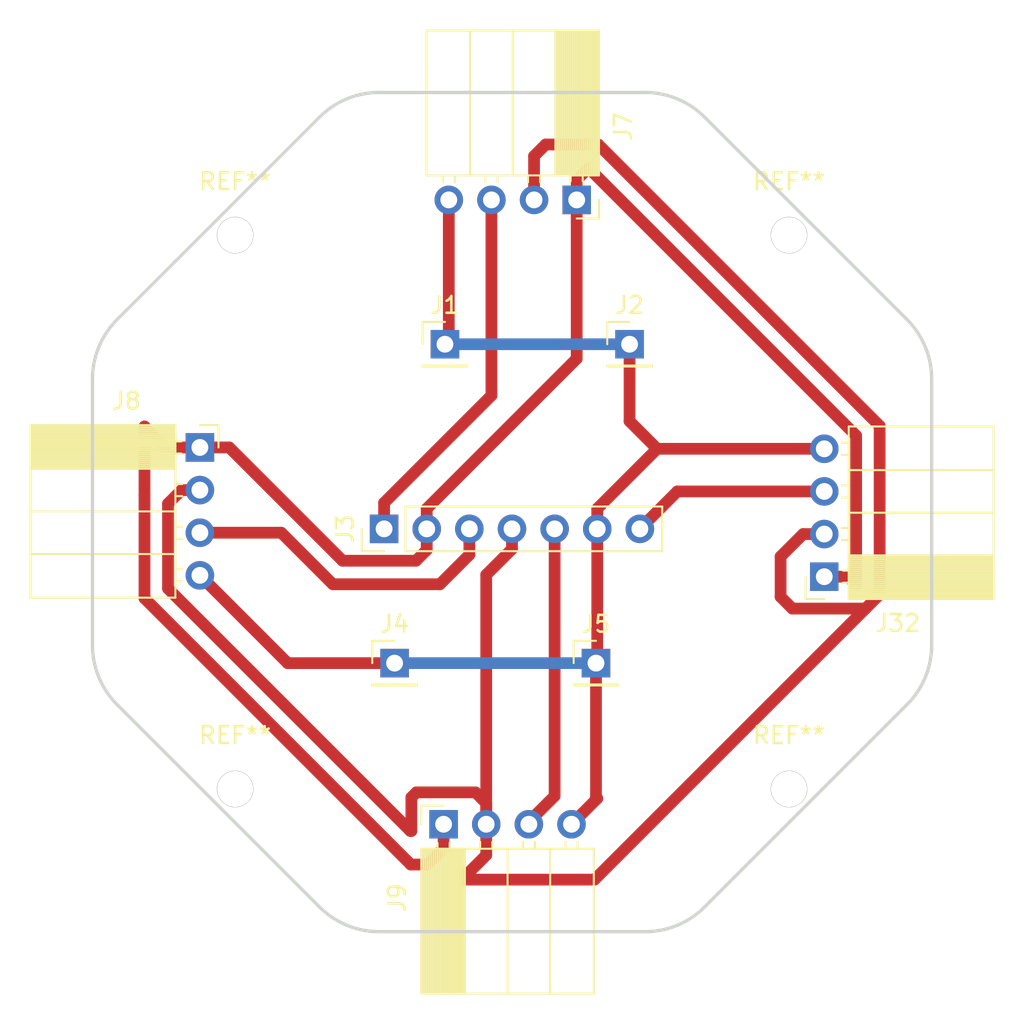
<source format=kicad_pcb>
(kicad_pcb (version 20221018) (generator pcbnew)
  (layers (0 "F.Cu" signal) (31 "B.Cu" signal) (34 "B.Paste" user) (35 "F.Paste" user) (36 "B.SilkS" user "B.Silkscreen") (37 "F.SilkS" user "F.Silkscreen") (38 "B.Mask" user) (39 "F.Mask" user) (44 "Edge.Cuts" user))
  (net 0 "")
  (net 1 "D5")
  (net 2 "+5V")
  (net 3 "D6")
  (net 4 "GND")
  (net 5 "D7")
  (net 6 "LED2")
  (net 7 "D8")
  (footprint "Connector_PinSocket_2.54mm:PinSocket_1x04_P2.54mm_Horizontal" (layer "F.Cu") (at 158.6 103.85 180)
    (fp_text reference "J32" (at -4.38 -2.77) (layer "F.SilkS"))
    (fp_text value "Conn_01x04_Socket")
    (fp_line (start -10.09 -1.33) (end -10.09 8.95) (stroke (width 0.12)) (layer "F.SilkS"))
    (fp_line (start -10.09 -1.33) (end -1.46 -1.33) (stroke (width 0.12)) (layer "F.SilkS"))
    (fp_line (start -10.09 -1.21) (end -1.46 -1.21) (stroke (width 0.12)) (layer "F.SilkS"))
    (fp_line (start -10.09 -1.091905) (end -1.46 -1.091905) (stroke (width 0.12)) (layer "F.SilkS"))
    (fp_line (start -10.09 -0.97381) (end -1.46 -0.97381) (stroke (width 0.12)) (layer "F.SilkS"))
    (fp_line (start -10.09 -0.855715) (end -1.46 -0.855715) (stroke (width 0.12)) (layer "F.SilkS"))
    (fp_line (start -10.09 -0.73762) (end -1.46 -0.73762) (stroke (width 0.12)) (layer "F.SilkS"))
    (fp_line (start -10.09 -0.619525) (end -1.46 -0.619525) (stroke (width 0.12)) (layer "F.SilkS"))
    (fp_line (start -10.09 -0.50143) (end -1.46 -0.50143) (stroke (width 0.12)) (layer "F.SilkS"))
    (fp_line (start -10.09 -0.383335) (end -1.46 -0.383335) (stroke (width 0.12)) (layer "F.SilkS"))
    (fp_line (start -10.09 -0.26524) (end -1.46 -0.26524) (stroke (width 0.12)) (layer "F.SilkS"))
    (fp_line (start -10.09 -0.147145) (end -1.46 -0.147145) (stroke (width 0.12)) (layer "F.SilkS"))
    (fp_line (start -10.09 -0.02905) (end -1.46 -0.02905) (stroke (width 0.12)) (layer "F.SilkS"))
    (fp_line (start -10.09 0.089045) (end -1.46 0.089045) (stroke (width 0.12)) (layer "F.SilkS"))
    (fp_line (start -10.09 0.20714) (end -1.46 0.20714) (stroke (width 0.12)) (layer "F.SilkS"))
    (fp_line (start -10.09 0.325235) (end -1.46 0.325235) (stroke (width 0.12)) (layer "F.SilkS"))
    (fp_line (start -10.09 0.44333) (end -1.46 0.44333) (stroke (width 0.12)) (layer "F.SilkS"))
    (fp_line (start -10.09 0.561425) (end -1.46 0.561425) (stroke (width 0.12)) (layer "F.SilkS"))
    (fp_line (start -10.09 0.67952) (end -1.46 0.67952) (stroke (width 0.12)) (layer "F.SilkS"))
    (fp_line (start -10.09 0.797615) (end -1.46 0.797615) (stroke (width 0.12)) (layer "F.SilkS"))
    (fp_line (start -10.09 0.91571) (end -1.46 0.91571) (stroke (width 0.12)) (layer "F.SilkS"))
    (fp_line (start -10.09 1.033805) (end -1.46 1.033805) (stroke (width 0.12)) (layer "F.SilkS"))
    (fp_line (start -10.09 1.1519) (end -1.46 1.1519) (stroke (width 0.12)) (layer "F.SilkS"))
    (fp_line (start -10.09 1.27) (end -1.46 1.27) (stroke (width 0.12)) (layer "F.SilkS"))
    (fp_line (start -10.09 3.81) (end -1.46 3.81) (stroke (width 0.12)) (layer "F.SilkS"))
    (fp_line (start -10.09 6.35) (end -1.46 6.35) (stroke (width 0.12)) (layer "F.SilkS"))
    (fp_line (start -10.09 8.95) (end -1.46 8.95) (stroke (width 0.12)) (layer "F.SilkS"))
    (fp_line (start -1.46 -1.33) (end -1.46 8.95) (stroke (width 0.12)) (layer "F.SilkS"))
    (fp_line (start -1.46 -0.36) (end -1.11 -0.36) (stroke (width 0.12)) (layer "F.SilkS"))
    (fp_line (start -1.46 0.36) (end -1.11 0.36) (stroke (width 0.12)) (layer "F.SilkS"))
    (fp_line (start -1.46 2.18) (end -1.05 2.18) (stroke (width 0.12)) (layer "F.SilkS"))
    (fp_line (start -1.46 2.9) (end -1.05 2.9) (stroke (width 0.12)) (layer "F.SilkS"))
    (fp_line (start -1.46 4.72) (end -1.05 4.72) (stroke (width 0.12)) (layer "F.SilkS"))
    (fp_line (start -1.46 5.44) (end -1.05 5.44) (stroke (width 0.12)) (layer "F.SilkS"))
    (fp_line (start -1.46 7.26) (end -1.05 7.26) (stroke (width 0.12)) (layer "F.SilkS"))
    (fp_line (start -1.46 7.98) (end -1.05 7.98) (stroke (width 0.12)) (layer "F.SilkS"))
    (fp_line (start 0 -1.33) (end 1.11 -1.33) (stroke (width 0.12)) (layer "F.SilkS"))
    (fp_line (start 1.11 -1.33) (end 1.11 0) (stroke (width 0.12)) (layer "F.SilkS"))
    (pad "1" thru_hole rect (at 0 0 180) (size 1.7 1.7) (drill 1) (layers "*.Cu" "*.Mask") (net 2 "+5V"))
    (pad "2" thru_hole oval (at 0 2.54 180) (size 1.7 1.7) (drill 1) (layers "*.Cu" "*.Mask") (net 4 "GND"))
    (pad "3" thru_hole oval (at 0 5.08 180) (size 1.7 1.7) (drill 1) (layers "*.Cu" "*.Mask") (net 7 "D8"))
    (pad "4" thru_hole oval (at 0 7.62 180) (size 1.7 1.7) (drill 1) (layers "*.Cu" "*.Mask") (net 6 "LED2"))
  )
  (footprint "Connector_PinSocket_2.54mm:PinSocket_1x04_P2.54mm_Horizontal" (layer "F.Cu") (at 121.4 96.15)
    (fp_text reference "J8" (at -4.38 -2.77) (layer "F.SilkS"))
    (fp_text value "Conn_01x04_Socket")
    (fp_line (start -10.09 -1.33) (end -10.09 8.95) (stroke (width 0.12)) (layer "F.SilkS"))
    (fp_line (start -10.09 -1.33) (end -1.46 -1.33) (stroke (width 0.12)) (layer "F.SilkS"))
    (fp_line (start -10.09 -1.21) (end -1.46 -1.21) (stroke (width 0.12)) (layer "F.SilkS"))
    (fp_line (start -10.09 -1.091905) (end -1.46 -1.091905) (stroke (width 0.12)) (layer "F.SilkS"))
    (fp_line (start -10.09 -0.97381) (end -1.46 -0.97381) (stroke (width 0.12)) (layer "F.SilkS"))
    (fp_line (start -10.09 -0.855715) (end -1.46 -0.855715) (stroke (width 0.12)) (layer "F.SilkS"))
    (fp_line (start -10.09 -0.73762) (end -1.46 -0.73762) (stroke (width 0.12)) (layer "F.SilkS"))
    (fp_line (start -10.09 -0.619525) (end -1.46 -0.619525) (stroke (width 0.12)) (layer "F.SilkS"))
    (fp_line (start -10.09 -0.50143) (end -1.46 -0.50143) (stroke (width 0.12)) (layer "F.SilkS"))
    (fp_line (start -10.09 -0.383335) (end -1.46 -0.383335) (stroke (width 0.12)) (layer "F.SilkS"))
    (fp_line (start -10.09 -0.26524) (end -1.46 -0.26524) (stroke (width 0.12)) (layer "F.SilkS"))
    (fp_line (start -10.09 -0.147145) (end -1.46 -0.147145) (stroke (width 0.12)) (layer "F.SilkS"))
    (fp_line (start -10.09 -0.02905) (end -1.46 -0.02905) (stroke (width 0.12)) (layer "F.SilkS"))
    (fp_line (start -10.09 0.089045) (end -1.46 0.089045) (stroke (width 0.12)) (layer "F.SilkS"))
    (fp_line (start -10.09 0.20714) (end -1.46 0.20714) (stroke (width 0.12)) (layer "F.SilkS"))
    (fp_line (start -10.09 0.325235) (end -1.46 0.325235) (stroke (width 0.12)) (layer "F.SilkS"))
    (fp_line (start -10.09 0.44333) (end -1.46 0.44333) (stroke (width 0.12)) (layer "F.SilkS"))
    (fp_line (start -10.09 0.561425) (end -1.46 0.561425) (stroke (width 0.12)) (layer "F.SilkS"))
    (fp_line (start -10.09 0.67952) (end -1.46 0.67952) (stroke (width 0.12)) (layer "F.SilkS"))
    (fp_line (start -10.09 0.797615) (end -1.46 0.797615) (stroke (width 0.12)) (layer "F.SilkS"))
    (fp_line (start -10.09 0.91571) (end -1.46 0.91571) (stroke (width 0.12)) (layer "F.SilkS"))
    (fp_line (start -10.09 1.033805) (end -1.46 1.033805) (stroke (width 0.12)) (layer "F.SilkS"))
    (fp_line (start -10.09 1.1519) (end -1.46 1.1519) (stroke (width 0.12)) (layer "F.SilkS"))
    (fp_line (start -10.09 1.27) (end -1.46 1.27) (stroke (width 0.12)) (layer "F.SilkS"))
    (fp_line (start -10.09 3.81) (end -1.46 3.81) (stroke (width 0.12)) (layer "F.SilkS"))
    (fp_line (start -10.09 6.35) (end -1.46 6.35) (stroke (width 0.12)) (layer "F.SilkS"))
    (fp_line (start -10.09 8.95) (end -1.46 8.95) (stroke (width 0.12)) (layer "F.SilkS"))
    (fp_line (start -1.46 -1.33) (end -1.46 8.95) (stroke (width 0.12)) (layer "F.SilkS"))
    (fp_line (start -1.46 -0.36) (end -1.11 -0.36) (stroke (width 0.12)) (layer "F.SilkS"))
    (fp_line (start -1.46 0.36) (end -1.11 0.36) (stroke (width 0.12)) (layer "F.SilkS"))
    (fp_line (start -1.46 2.18) (end -1.05 2.18) (stroke (width 0.12)) (layer "F.SilkS"))
    (fp_line (start -1.46 2.9) (end -1.05 2.9) (stroke (width 0.12)) (layer "F.SilkS"))
    (fp_line (start -1.46 4.72) (end -1.05 4.72) (stroke (width 0.12)) (layer "F.SilkS"))
    (fp_line (start -1.46 5.44) (end -1.05 5.44) (stroke (width 0.12)) (layer "F.SilkS"))
    (fp_line (start -1.46 7.26) (end -1.05 7.26) (stroke (width 0.12)) (layer "F.SilkS"))
    (fp_line (start -1.46 7.98) (end -1.05 7.98) (stroke (width 0.12)) (layer "F.SilkS"))
    (fp_line (start 0 -1.33) (end 1.11 -1.33) (stroke (width 0.12)) (layer "F.SilkS"))
    (fp_line (start 1.11 -1.33) (end 1.11 0) (stroke (width 0.12)) (layer "F.SilkS"))
    (pad "1" thru_hole rect (at 0 0) (size 1.7 1.7) (drill 1) (layers "*.Cu" "*.Mask") (net 2 "+5V"))
    (pad "2" thru_hole oval (at 0 2.54) (size 1.7 1.7) (drill 1) (layers "*.Cu" "*.Mask") (net 4 "GND"))
    (pad "3" thru_hole oval (at 0 5.08) (size 1.7 1.7) (drill 1) (layers "*.Cu" "*.Mask") (net 3 "D6"))
    (pad "4" thru_hole oval (at 0 7.62) (size 1.7 1.7) (drill 1) (layers "*.Cu" "*.Mask") (net 6 "LED2"))
  )
  (footprint "Connector_PinSocket_2.54mm:PinSocket_1x04_P2.54mm_Horizontal" (layer "F.Cu") (at 135.92 118.6 90)
    (fp_text reference "J9" (at -4.38 -2.77 90) (layer "F.SilkS"))
    (fp_text value "Conn_01x04_Socket")
    (fp_line (start -10.09 -1.33) (end -10.09 8.95) (stroke (width 0.12)) (layer "F.SilkS"))
    (fp_line (start -10.09 -1.33) (end -1.46 -1.33) (stroke (width 0.12)) (layer "F.SilkS"))
    (fp_line (start -10.09 -1.21) (end -1.46 -1.21) (stroke (width 0.12)) (layer "F.SilkS"))
    (fp_line (start -10.09 -1.091905) (end -1.46 -1.091905) (stroke (width 0.12)) (layer "F.SilkS"))
    (fp_line (start -10.09 -0.97381) (end -1.46 -0.97381) (stroke (width 0.12)) (layer "F.SilkS"))
    (fp_line (start -10.09 -0.855715) (end -1.46 -0.855715) (stroke (width 0.12)) (layer "F.SilkS"))
    (fp_line (start -10.09 -0.73762) (end -1.46 -0.73762) (stroke (width 0.12)) (layer "F.SilkS"))
    (fp_line (start -10.09 -0.619525) (end -1.46 -0.619525) (stroke (width 0.12)) (layer "F.SilkS"))
    (fp_line (start -10.09 -0.50143) (end -1.46 -0.50143) (stroke (width 0.12)) (layer "F.SilkS"))
    (fp_line (start -10.09 -0.383335) (end -1.46 -0.383335) (stroke (width 0.12)) (layer "F.SilkS"))
    (fp_line (start -10.09 -0.26524) (end -1.46 -0.26524) (stroke (width 0.12)) (layer "F.SilkS"))
    (fp_line (start -10.09 -0.147145) (end -1.46 -0.147145) (stroke (width 0.12)) (layer "F.SilkS"))
    (fp_line (start -10.09 -0.02905) (end -1.46 -0.02905) (stroke (width 0.12)) (layer "F.SilkS"))
    (fp_line (start -10.09 0.089045) (end -1.46 0.089045) (stroke (width 0.12)) (layer "F.SilkS"))
    (fp_line (start -10.09 0.20714) (end -1.46 0.20714) (stroke (width 0.12)) (layer "F.SilkS"))
    (fp_line (start -10.09 0.325235) (end -1.46 0.325235) (stroke (width 0.12)) (layer "F.SilkS"))
    (fp_line (start -10.09 0.44333) (end -1.46 0.44333) (stroke (width 0.12)) (layer "F.SilkS"))
    (fp_line (start -10.09 0.561425) (end -1.46 0.561425) (stroke (width 0.12)) (layer "F.SilkS"))
    (fp_line (start -10.09 0.67952) (end -1.46 0.67952) (stroke (width 0.12)) (layer "F.SilkS"))
    (fp_line (start -10.09 0.797615) (end -1.46 0.797615) (stroke (width 0.12)) (layer "F.SilkS"))
    (fp_line (start -10.09 0.91571) (end -1.46 0.91571) (stroke (width 0.12)) (layer "F.SilkS"))
    (fp_line (start -10.09 1.033805) (end -1.46 1.033805) (stroke (width 0.12)) (layer "F.SilkS"))
    (fp_line (start -10.09 1.1519) (end -1.46 1.1519) (stroke (width 0.12)) (layer "F.SilkS"))
    (fp_line (start -10.09 1.27) (end -1.46 1.27) (stroke (width 0.12)) (layer "F.SilkS"))
    (fp_line (start -10.09 3.81) (end -1.46 3.81) (stroke (width 0.12)) (layer "F.SilkS"))
    (fp_line (start -10.09 6.35) (end -1.46 6.35) (stroke (width 0.12)) (layer "F.SilkS"))
    (fp_line (start -10.09 8.95) (end -1.46 8.95) (stroke (width 0.12)) (layer "F.SilkS"))
    (fp_line (start -1.46 -1.33) (end -1.46 8.95) (stroke (width 0.12)) (layer "F.SilkS"))
    (fp_line (start -1.46 -0.36) (end -1.11 -0.36) (stroke (width 0.12)) (layer "F.SilkS"))
    (fp_line (start -1.46 0.36) (end -1.11 0.36) (stroke (width 0.12)) (layer "F.SilkS"))
    (fp_line (start -1.46 2.18) (end -1.05 2.18) (stroke (width 0.12)) (layer "F.SilkS"))
    (fp_line (start -1.46 2.9) (end -1.05 2.9) (stroke (width 0.12)) (layer "F.SilkS"))
    (fp_line (start -1.46 4.72) (end -1.05 4.72) (stroke (width 0.12)) (layer "F.SilkS"))
    (fp_line (start -1.46 5.44) (end -1.05 5.44) (stroke (width 0.12)) (layer "F.SilkS"))
    (fp_line (start -1.46 7.26) (end -1.05 7.26) (stroke (width 0.12)) (layer "F.SilkS"))
    (fp_line (start -1.46 7.98) (end -1.05 7.98) (stroke (width 0.12)) (layer "F.SilkS"))
    (fp_line (start 0 -1.33) (end 1.11 -1.33) (stroke (width 0.12)) (layer "F.SilkS"))
    (fp_line (start 1.11 -1.33) (end 1.11 0) (stroke (width 0.12)) (layer "F.SilkS"))
    (pad "1" thru_hole rect (at 0 0 90) (size 1.7 1.7) (drill 1) (layers "*.Cu" "*.Mask") (net 2 "+5V"))
    (pad "2" thru_hole oval (at 0 2.54 90) (size 1.7 1.7) (drill 1) (layers "*.Cu" "*.Mask") (net 4 "GND"))
    (pad "3" thru_hole oval (at 0 5.08 90) (size 1.7 1.7) (drill 1) (layers "*.Cu" "*.Mask") (net 5 "D7"))
    (pad "4" thru_hole oval (at 0 7.62 90) (size 1.7 1.7) (drill 1) (layers "*.Cu" "*.Mask") (net 6 "LED2"))
  )
  (footprint "MountingHole:MountingHole_2.1mm" (layer "F.Cu") (at 123.5 83.5)
    (fp_text reference "REF**" (at 0 -3.2) (layer "F.SilkS"))
    (fp_text value "MountingHole_2.1mm")
    (pad "" np_thru_hole circle (at 0 0) (size 2.1 2.1) (drill 2.1) (layers "*.Cu" "*.Mask"))
  )
  (footprint "Connector_PinHeader_2.54mm:PinHeader_1x01_P2.54mm_Vertical" (layer "F.Cu") (at 136 90)
    (fp_text reference "J1" (at 0 -2.33) (layer "F.SilkS"))
    (fp_text value "Conn_01x01_Socket")
    (fp_line (start -1.33 -1.33) (end 0 -1.33) (stroke (width 0.12)) (layer "F.SilkS"))
    (fp_line (start -1.33 0) (end -1.33 -1.33) (stroke (width 0.12)) (layer "F.SilkS"))
    (fp_line (start -1.33 1.27) (end -1.33 1.33) (stroke (width 0.12)) (layer "F.SilkS"))
    (fp_line (start -1.33 1.27) (end 1.33 1.27) (stroke (width 0.12)) (layer "F.SilkS"))
    (fp_line (start -1.33 1.33) (end 1.33 1.33) (stroke (width 0.12)) (layer "F.SilkS"))
    (fp_line (start 1.33 1.27) (end 1.33 1.33) (stroke (width 0.12)) (layer "F.SilkS"))
    (pad "1" thru_hole rect (at 0 0) (size 1.7 1.7) (drill 1) (layers "*.Cu" "*.Mask") (net 6 "LED2"))
  )
  (footprint "Connector_PinHeader_2.54mm:PinHeader_1x07_P2.54mm_Vertical" (layer "F.Cu") (at 132.375 101 90)
    (fp_text reference "J3" (at 0 -2.33 90) (layer "F.SilkS"))
    (fp_text value "Conn_01x07_Socket")
    (fp_line (start -1.33 -1.33) (end 0 -1.33) (stroke (width 0.12)) (layer "F.SilkS"))
    (fp_line (start -1.33 0) (end -1.33 -1.33) (stroke (width 0.12)) (layer "F.SilkS"))
    (fp_line (start -1.33 1.27) (end -1.33 16.57) (stroke (width 0.12)) (layer "F.SilkS"))
    (fp_line (start -1.33 1.27) (end 1.33 1.27) (stroke (width 0.12)) (layer "F.SilkS"))
    (fp_line (start -1.33 16.57) (end 1.33 16.57) (stroke (width 0.12)) (layer "F.SilkS"))
    (fp_line (start 1.33 1.27) (end 1.33 16.57) (stroke (width 0.12)) (layer "F.SilkS"))
    (pad "1" thru_hole rect (at 0 0 90) (size 1.7 1.7) (drill 1) (layers "*.Cu" "*.Mask") (net 1 "D5"))
    (pad "2" thru_hole oval (at 0 2.54 90) (size 1.7 1.7) (drill 1) (layers "*.Cu" "*.Mask") (net 2 "+5V"))
    (pad "3" thru_hole oval (at 0 5.08 90) (size 1.7 1.7) (drill 1) (layers "*.Cu" "*.Mask") (net 3 "D6"))
    (pad "4" thru_hole oval (at 0 7.62 90) (size 1.7 1.7) (drill 1) (layers "*.Cu" "*.Mask") (net 4 "GND"))
    (pad "5" thru_hole oval (at 0 10.16 90) (size 1.7 1.7) (drill 1) (layers "*.Cu" "*.Mask") (net 5 "D7"))
    (pad "6" thru_hole oval (at 0 12.7 90) (size 1.7 1.7) (drill 1) (layers "*.Cu" "*.Mask") (net 6 "LED2"))
    (pad "7" thru_hole oval (at 0 15.24 90) (size 1.7 1.7) (drill 1) (layers "*.Cu" "*.Mask") (net 7 "D8"))
  )
  (footprint "Connector_PinHeader_2.54mm:PinHeader_1x01_P2.54mm_Vertical" (layer "F.Cu") (at 147 90)
    (fp_text reference "J2" (at 0 -2.33) (layer "F.SilkS"))
    (fp_text value "Conn_01x01_Socket")
    (fp_line (start -1.33 -1.33) (end 0 -1.33) (stroke (width 0.12)) (layer "F.SilkS"))
    (fp_line (start -1.33 0) (end -1.33 -1.33) (stroke (width 0.12)) (layer "F.SilkS"))
    (fp_line (start -1.33 1.27) (end -1.33 1.33) (stroke (width 0.12)) (layer "F.SilkS"))
    (fp_line (start -1.33 1.27) (end 1.33 1.27) (stroke (width 0.12)) (layer "F.SilkS"))
    (fp_line (start -1.33 1.33) (end 1.33 1.33) (stroke (width 0.12)) (layer "F.SilkS"))
    (fp_line (start 1.33 1.27) (end 1.33 1.33) (stroke (width 0.12)) (layer "F.SilkS"))
    (pad "1" thru_hole rect (at 0 0) (size 1.7 1.7) (drill 1) (layers "*.Cu" "*.Mask") (net 6 "LED2"))
  )
  (footprint "MountingHole:MountingHole_2.1mm" (layer "F.Cu") (at 156.5 83.5)
    (fp_text reference "REF**" (at 0 -3.2) (layer "F.SilkS"))
    (fp_text value "MountingHole_2.1mm")
    (pad "" np_thru_hole circle (at 0 0) (size 2.1 2.1) (drill 2.1) (layers "F&B.Cu" "*.Mask"))
  )
  (footprint "MountingHole:MountingHole_2.1mm" (layer "F.Cu") (at 123.5 116.5)
    (fp_text reference "REF**" (at 0 -3.2) (layer "F.SilkS"))
    (fp_text value "MountingHole_2.1mm")
    (pad "" np_thru_hole circle (at 0 0) (size 2.1 2.1) (drill 2.1) (layers "F&B.Cu" "*.Mask"))
  )
  (footprint "Connector_PinHeader_2.54mm:PinHeader_1x01_P2.54mm_Vertical" (layer "F.Cu") (at 133 109)
    (fp_text reference "J4" (at 0 -2.33) (layer "F.SilkS"))
    (fp_text value "Conn_01x01_Socket")
    (fp_line (start -1.33 -1.33) (end 0 -1.33) (stroke (width 0.12)) (layer "F.SilkS"))
    (fp_line (start -1.33 0) (end -1.33 -1.33) (stroke (width 0.12)) (layer "F.SilkS"))
    (fp_line (start -1.33 1.27) (end -1.33 1.33) (stroke (width 0.12)) (layer "F.SilkS"))
    (fp_line (start -1.33 1.27) (end 1.33 1.27) (stroke (width 0.12)) (layer "F.SilkS"))
    (fp_line (start -1.33 1.33) (end 1.33 1.33) (stroke (width 0.12)) (layer "F.SilkS"))
    (fp_line (start 1.33 1.27) (end 1.33 1.33) (stroke (width 0.12)) (layer "F.SilkS"))
    (pad "1" thru_hole rect (at 0 0) (size 1.7 1.7) (drill 1) (layers "*.Cu" "*.Mask") (net 6 "LED2"))
  )
  (footprint "Connector_PinSocket_2.54mm:PinSocket_1x04_P2.54mm_Horizontal" (layer "F.Cu") (at 143.85 81.4 -90)
    (fp_text reference "J7" (at -4.38 -2.77 90) (layer "F.SilkS"))
    (fp_text value "Conn_01x04_Socket")
    (fp_line (start -10.09 -1.33) (end -10.09 8.95) (stroke (width 0.12)) (layer "F.SilkS"))
    (fp_line (start -10.09 -1.33) (end -1.46 -1.33) (stroke (width 0.12)) (layer "F.SilkS"))
    (fp_line (start -10.09 -1.21) (end -1.46 -1.21) (stroke (width 0.12)) (layer "F.SilkS"))
    (fp_line (start -10.09 -1.091905) (end -1.46 -1.091905) (stroke (width 0.12)) (layer "F.SilkS"))
    (fp_line (start -10.09 -0.97381) (end -1.46 -0.97381) (stroke (width 0.12)) (layer "F.SilkS"))
    (fp_line (start -10.09 -0.855715) (end -1.46 -0.855715) (stroke (width 0.12)) (layer "F.SilkS"))
    (fp_line (start -10.09 -0.73762) (end -1.46 -0.73762) (stroke (width 0.12)) (layer "F.SilkS"))
    (fp_line (start -10.09 -0.619525) (end -1.46 -0.619525) (stroke (width 0.12)) (layer "F.SilkS"))
    (fp_line (start -10.09 -0.50143) (end -1.46 -0.50143) (stroke (width 0.12)) (layer "F.SilkS"))
    (fp_line (start -10.09 -0.383335) (end -1.46 -0.383335) (stroke (width 0.12)) (layer "F.SilkS"))
    (fp_line (start -10.09 -0.26524) (end -1.46 -0.26524) (stroke (width 0.12)) (layer "F.SilkS"))
    (fp_line (start -10.09 -0.147145) (end -1.46 -0.147145) (stroke (width 0.12)) (layer "F.SilkS"))
    (fp_line (start -10.09 -0.02905) (end -1.46 -0.02905) (stroke (width 0.12)) (layer "F.SilkS"))
    (fp_line (start -10.09 0.089045) (end -1.46 0.089045) (stroke (width 0.12)) (layer "F.SilkS"))
    (fp_line (start -10.09 0.20714) (end -1.46 0.20714) (stroke (width 0.12)) (layer "F.SilkS"))
    (fp_line (start -10.09 0.325235) (end -1.46 0.325235) (stroke (width 0.12)) (layer "F.SilkS"))
    (fp_line (start -10.09 0.44333) (end -1.46 0.44333) (stroke (width 0.12)) (layer "F.SilkS"))
    (fp_line (start -10.09 0.561425) (end -1.46 0.561425) (stroke (width 0.12)) (layer "F.SilkS"))
    (fp_line (start -10.09 0.67952) (end -1.46 0.67952) (stroke (width 0.12)) (layer "F.SilkS"))
    (fp_line (start -10.09 0.797615) (end -1.46 0.797615) (stroke (width 0.12)) (layer "F.SilkS"))
    (fp_line (start -10.09 0.91571) (end -1.46 0.91571) (stroke (width 0.12)) (layer "F.SilkS"))
    (fp_line (start -10.09 1.033805) (end -1.46 1.033805) (stroke (width 0.12)) (layer "F.SilkS"))
    (fp_line (start -10.09 1.1519) (end -1.46 1.1519) (stroke (width 0.12)) (layer "F.SilkS"))
    (fp_line (start -10.09 1.27) (end -1.46 1.27) (stroke (width 0.12)) (layer "F.SilkS"))
    (fp_line (start -10.09 3.81) (end -1.46 3.81) (stroke (width 0.12)) (layer "F.SilkS"))
    (fp_line (start -10.09 6.35) (end -1.46 6.35) (stroke (width 0.12)) (layer "F.SilkS"))
    (fp_line (start -10.09 8.95) (end -1.46 8.95) (stroke (width 0.12)) (layer "F.SilkS"))
    (fp_line (start -1.46 -1.33) (end -1.46 8.95) (stroke (width 0.12)) (layer "F.SilkS"))
    (fp_line (start -1.46 -0.36) (end -1.11 -0.36) (stroke (width 0.12)) (layer "F.SilkS"))
    (fp_line (start -1.46 0.36) (end -1.11 0.36) (stroke (width 0.12)) (layer "F.SilkS"))
    (fp_line (start -1.46 2.18) (end -1.05 2.18) (stroke (width 0.12)) (layer "F.SilkS"))
    (fp_line (start -1.46 2.9) (end -1.05 2.9) (stroke (width 0.12)) (layer "F.SilkS"))
    (fp_line (start -1.46 4.72) (end -1.05 4.72) (stroke (width 0.12)) (layer "F.SilkS"))
    (fp_line (start -1.46 5.44) (end -1.05 5.44) (stroke (width 0.12)) (layer "F.SilkS"))
    (fp_line (start -1.46 7.26) (end -1.05 7.26) (stroke (width 0.12)) (layer "F.SilkS"))
    (fp_line (start -1.46 7.98) (end -1.05 7.98) (stroke (width 0.12)) (layer "F.SilkS"))
    (fp_line (start 0 -1.33) (end 1.11 -1.33) (stroke (width 0.12)) (layer "F.SilkS"))
    (fp_line (start 1.11 -1.33) (end 1.11 0) (stroke (width 0.12)) (layer "F.SilkS"))
    (pad "1" thru_hole rect (at 0 0 270) (size 1.7 1.7) (drill 1) (layers "*.Cu" "*.Mask") (net 2 "+5V"))
    (pad "2" thru_hole oval (at 0 2.54 270) (size 1.7 1.7) (drill 1) (layers "*.Cu" "*.Mask") (net 4 "GND"))
    (pad "3" thru_hole oval (at 0 5.08 270) (size 1.7 1.7) (drill 1) (layers "*.Cu" "*.Mask") (net 1 "D5"))
    (pad "4" thru_hole oval (at 0 7.62 270) (size 1.7 1.7) (drill 1) (layers "*.Cu" "*.Mask") (net 6 "LED2"))
  )
  (footprint "Connector_PinHeader_2.54mm:PinHeader_1x01_P2.54mm_Vertical" (layer "F.Cu") (at 145 109)
    (fp_text reference "J5" (at 0 -2.33) (layer "F.SilkS"))
    (fp_text value "Conn_01x01_Socket")
    (fp_line (start -1.33 -1.33) (end 0 -1.33) (stroke (width 0.12)) (layer "F.SilkS"))
    (fp_line (start -1.33 0) (end -1.33 -1.33) (stroke (width 0.12)) (layer "F.SilkS"))
    (fp_line (start -1.33 1.27) (end -1.33 1.33) (stroke (width 0.12)) (layer "F.SilkS"))
    (fp_line (start -1.33 1.27) (end 1.33 1.27) (stroke (width 0.12)) (layer "F.SilkS"))
    (fp_line (start -1.33 1.33) (end 1.33 1.33) (stroke (width 0.12)) (layer "F.SilkS"))
    (fp_line (start 1.33 1.27) (end 1.33 1.33) (stroke (width 0.12)) (layer "F.SilkS"))
    (pad "1" thru_hole rect (at 0 0) (size 1.7 1.7) (drill 1) (layers "*.Cu" "*.Mask") (net 6 "LED2"))
  )
  (footprint "MountingHole:MountingHole_2.1mm" (layer "F.Cu") (at 156.5 116.5)
    (fp_text reference "REF**" (at 0 -3.2) (layer "F.SilkS"))
    (fp_text value "MountingHole_2.1mm")
    (pad "" np_thru_hole circle (at 0 0) (size 2.1 2.1) (drill 2.1) (layers "F&B.Cu" "*.Mask"))
  )
  (gr_line (start 125 120) (end 128.535534 123.535534) (stroke (width 0.2)) (layer "Edge.Cuts"))
  (gr_line (start 160 85) (end 155 80) (stroke (width 0.2)) (layer "Edge.Cuts"))
  (gr_line (start 155 80) (end 151.464466 76.464466) (stroke (width 0.2)) (layer "Edge.Cuts"))
  (gr_arc (start 165 107.928932) (mid 164.619387 109.842342) (end 163.535534 111.464466) (stroke (width 0.2)) (layer "Edge.Cuts"))
  (gr_line (start 155 120) (end 160 115) (stroke (width 0.2)) (layer "Edge.Cuts"))
  (gr_arc (start 128.535534 76.464466) (mid 130.157651 75.380602) (end 132.071068 75) (stroke (width 0.2)) (layer "Edge.Cuts"))
  (gr_line (start 147.928932 75) (end 132.071068 75) (stroke (width 0.2)) (layer "Edge.Cuts"))
  (gr_circle (center 123.5 116.5) (end 124.5 116.5) (stroke (width 0.2)) (fill none) (layer "Edge.Cuts"))
  (gr_line (start 132.071068 125) (end 147.928932 125) (stroke (width 0.2)) (layer "Edge.Cuts"))
  (gr_arc (start 163.535534 88.535534) (mid 164.619398 90.157651) (end 165 92.071068) (stroke (width 0.2)) (layer "Edge.Cuts"))
  (gr_line (start 115 92.071068) (end 115 107.928932) (stroke (width 0.2)) (layer "Edge.Cuts"))
  (gr_line (start 120 115) (end 125 120) (stroke (width 0.2)) (layer "Edge.Cuts"))
  (gr_line (start 163.535534 88.535534) (end 160 85) (stroke (width 0.2)) (layer "Edge.Cuts"))
  (gr_line (start 120 85) (end 116.464466 88.535534) (stroke (width 0.2)) (layer "Edge.Cuts"))
  (gr_circle (center 156.5 83.5) (end 157.5 83.5) (stroke (width 0.2)) (fill none) (layer "Edge.Cuts"))
  (gr_arc (start 132.071068 125) (mid 130.157651 124.619398) (end 128.535534 123.535534) (stroke (width 0.2)) (layer "Edge.Cuts"))
  (gr_line (start 151.464466 123.535534) (end 155 120) (stroke (width 0.2)) (layer "Edge.Cuts"))
  (gr_arc (start 115 92.071068) (mid 115.380602 90.157651) (end 116.464466 88.535534) (stroke (width 0.2)) (layer "Edge.Cuts"))
  (gr_arc (start 116.464466 111.464466) (mid 115.380602 109.842349) (end 115 107.928932) (stroke (width 0.2)) (layer "Edge.Cuts"))
  (gr_line (start 125 80) (end 120 85) (stroke (width 0.2)) (layer "Edge.Cuts"))
  (gr_line (start 128.535534 76.464466) (end 125 80) (stroke (width 0.2)) (layer "Edge.Cuts"))
  (gr_arc (start 151.464466 123.535534) (mid 149.842349 124.619398) (end 147.928932 125) (stroke (width 0.2)) (layer "Edge.Cuts"))
  (gr_line (start 165 107.928932) (end 165 92.071068) (stroke (width 0.2)) (layer "Edge.Cuts"))
  (gr_line (start 160 115) (end 163.535534 111.464466) (stroke (width 0.2)) (layer "Edge.Cuts"))
  (gr_arc (start 147.928932 75) (mid 149.842349 75.380603) (end 151.464466 76.464466) (stroke (width 0.2)) (layer "Edge.Cuts"))
  (gr_circle (center 123.5 83.5) (end 124.5 83.5) (stroke (width 0.2)) (fill none) (layer "Edge.Cuts"))
  (gr_line (start 116.464466 111.464466) (end 120 115) (stroke (width 0.2)) (layer "Edge.Cuts"))
  (gr_circle (center 156.5 116.5) (end 157.5 116.5) (stroke (width 0.2)) (fill none) (layer "Edge.Cuts"))
  (segment (start 132.375 101) (end 132.375 99.45) (width 0.7) (layer "F.Cu") (net 1))
  (segment (start 138.77 93.055) (end 138.77 81.4) (width 0.7) (layer "F.Cu") (net 1))
  (segment (start 132.375 99.45) (end 138.77 93.055) (width 0.7) (layer "F.Cu") (net 1))
  (segment (start 134.915 101) (end 134.915 99.797919) (width 0.7) (layer "F.Cu") (net 2))
  (segment (start 158.6 103.85) (end 160.022994 103.85) (width 0.7) (layer "F.Cu") (net 2))
  (segment (start 118.1 99) (end 118.1 94.9) (width 0.7) (layer "F.Cu") (net 2))
  (segment (start 134.275 102.9) (end 129.9 102.9) (width 0.7) (layer "F.Cu") (net 2))
  (segment (start 143.85 81.4) (end 143.85 80.207006) (width 0.7) (layer "F.Cu") (net 2))
  (segment (start 129.9 102.9) (end 123.15 96.15) (width 0.7) (layer "F.Cu") (net 2))
  (segment (start 135.92 118.6) (end 135.92 120.022994) (width 0.7) (layer "F.Cu") (net 2))
  (segment (start 144.557006 79.5) (end 160.5 95.442994) (width 0.7) (layer "F.Cu") (net 2))
  (segment (start 134.915 101) (end 134.915 102.26) (width 0.7) (layer "F.Cu") (net 2))
  (segment (start 123.15 96.15) (end 121.4 96.15) (width 0.7) (layer "F.Cu") (net 2))
  (segment (start 143.85 90.862919) (end 143.85 81.4) (width 0.7) (layer "F.Cu") (net 2))
  (segment (start 133.963096 121) (end 118.1 105.136904) (width 0.7) (layer "F.Cu") (net 2))
  (segment (start 134.915 99.797919) (end 143.85 90.862919) (width 0.7) (layer "F.Cu") (net 2))
  (segment (start 118.1 105.136904) (end 118.1 99) (width 0.7) (layer "F.Cu") (net 2))
  (segment (start 134.942994 121) (end 133.963096 121) (width 0.7) (layer "F.Cu") (net 2))
  (segment (start 143.85 80.207006) (end 144.557006 79.5) (width 0.7) (layer "F.Cu") (net 2))
  (segment (start 160.5 95.442994) (end 160.5 104.327006) (width 0.7) (layer "F.Cu") (net 2))
  (segment (start 119.35 96.15) (end 118.1 94.9) (width 0.7) (layer "F.Cu") (net 2))
  (segment (start 121.4 96.15) (end 119.35 96.15) (width 0.7) (layer "F.Cu") (net 2))
  (segment (start 135.92 120.022994) (end 135.442994 120.5) (width 0.7) (layer "F.Cu") (net 2))
  (segment (start 160.022994 103.85) (end 160.5 104.327006) (width 0.7) (layer "F.Cu") (net 2))
  (segment (start 135.442994 120.5) (end 134.942994 121) (width 0.7) (layer "F.Cu") (net 2))
  (segment (start 134.915 102.26) (end 134.275 102.9) (width 0.7) (layer "F.Cu") (net 2))
  (segment (start 129.320101 104.3) (end 135.7 104.3) (width 0.7) (layer "F.Cu") (net 3))
  (segment (start 137.455 102.545) (end 137.455 101) (width 0.7) (layer "F.Cu") (net 3))
  (segment (start 135.7 104.3) (end 137.455 102.545) (width 0.7) (layer "F.Cu") (net 3))
  (segment (start 126.250102 101.23) (end 129.320101 104.3) (width 0.7) (layer "F.Cu") (net 3))
  (segment (start 121.4 101.23) (end 126.250102 101.23) (width 0.7) (layer "F.Cu") (net 3))
  (segment (start 138.46 118.6) (end 138.46 117.34) (width 0.7) (layer "F.Cu") (net 4))
  (segment (start 156 102.65) (end 157.34 101.31) (width 0.7) (layer "F.Cu") (net 4))
  (segment (start 138.46 117.34) (end 137.82 116.7) (width 0.7) (layer "F.Cu") (net 4))
  (segment (start 156 105.05) (end 156 102.65) (width 0.7) (layer "F.Cu") (net 4))
  (segment (start 134.3 116.7) (end 134 117) (width 0.7) (layer "F.Cu") (net 4))
  (segment (start 141.31 81.4) (end 141.31 78.79) (width 0.7) (layer "F.Cu") (net 4))
  (segment (start 139.995 102.202081) (end 138.46 103.737081) (width 0.7) (layer "F.Cu") (net 4))
  (segment (start 138.46 103.737081) (end 138.46 118.6) (width 0.7) (layer "F.Cu") (net 4))
  (segment (start 144.906905 121.9) (end 161.056905 105.75) (width 0.7) (layer "F.Cu") (net 4))
  (segment (start 137.82 116.7) (end 134.3 116.7) (width 0.7) (layer "F.Cu") (net 4))
  (segment (start 138.46 118.6) (end 138.46 120.44) (width 0.7) (layer "F.Cu") (net 4))
  (segment (start 141.31 78.79) (end 142 78.1) (width 0.7) (layer "F.Cu") (net 4))
  (segment (start 145.136904 78.1) (end 161.9 94.863096) (width 0.7) (layer "F.Cu") (net 4))
  (segment (start 138.46 120.44) (end 137 121.9) (width 0.7) (layer "F.Cu") (net 4))
  (segment (start 161.056905 105.75) (end 156.7 105.75) (width 0.7) (layer "F.Cu") (net 4))
  (segment (start 119.5 104.557006) (end 119.5 99.5) (width 0.7) (layer "F.Cu") (net 4))
  (segment (start 137 121.9) (end 144.906905 121.9) (width 0.7) (layer "F.Cu") (net 4))
  (segment (start 139.995 101) (end 139.995 102.202081) (width 0.7) (layer "F.Cu") (net 4))
  (segment (start 161.9 94.863096) (end 161.9 104.906905) (width 0.7) (layer "F.Cu") (net 4))
  (segment (start 157.34 101.31) (end 158.6 101.31) (width 0.7) (layer "F.Cu") (net 4))
  (segment (start 120.31 98.69) (end 121.4 98.69) (width 0.7) (layer "F.Cu") (net 4))
  (segment (start 134 117) (end 134 119) (width 0.7) (layer "F.Cu") (net 4))
  (segment (start 142 78.1) (end 145.136904 78.1) (width 0.7) (layer "F.Cu") (net 4))
  (segment (start 119.5 99.5) (end 120.31 98.69) (width 0.7) (layer "F.Cu") (net 4))
  (segment (start 156.7 105.75) (end 156 105.05) (width 0.7) (layer "F.Cu") (net 4))
  (segment (start 161.9 104.906905) (end 161.056905 105.75) (width 0.7) (layer "F.Cu") (net 4))
  (segment (start 133.942994 119) (end 119.5 104.557006) (width 0.7) (layer "F.Cu") (net 4))
  (segment (start 134 119) (end 133.942994 119) (width 0.7) (layer "F.Cu") (net 4))
  (segment (start 142.535 116.917994) (end 141 118.452994) (width 0.7) (layer "F.Cu") (net 5))
  (segment (start 142.535 101) (end 142.535 116.917994) (width 0.7) (layer "F.Cu") (net 5))
  (segment (start 141 118.452994) (end 141 118.6) (width 0.7) (layer "F.Cu") (net 5))
  (segment (start 145.075 101) (end 145.075 99.797919) (width 0.7) (layer "F.Cu") (net 6))
  (segment (start 145 109) (end 145 116.99) (width 0.7) (layer "F.Cu") (net 6))
  (segment (start 145 116.99) (end 145.075 117.065) (width 0.7) (layer "F.Cu") (net 6))
  (segment (start 121.4 103.77) (end 126.63 109) (width 0.7) (layer "F.Cu") (net 6))
  (segment (start 147 94.587081) (end 148.642919 96.23) (width 0.7) (layer "F.Cu") (net 6))
  (segment (start 143.54 118.6) (end 143.54 118.747006) (width 0.7) (layer "F.Cu") (net 6))
  (segment (start 145.075 99.797919) (end 148.642919 96.23) (width 0.7) (layer "F.Cu") (net 6))
  (segment (start 136.23 81.4) (end 136.23 89.77) (width 0.7) (layer "F.Cu") (net 6))
  (segment (start 145.075 101) (end 145.075 108.925) (width 0.7) (layer "F.Cu") (net 6))
  (segment (start 143.54 118.6) (end 145.075 117.065) (width 0.7) (layer "F.Cu") (net 6))
  (segment (start 148.642919 96.23) (end 158.6 96.23) (width 0.7) (layer "F.Cu") (net 6))
  (segment (start 136.23 89.77) (end 136 90) (width 0.7) (layer "F.Cu") (net 6))
  (segment (start 145.075 108.925) (end 145 109) (width 0.7) (layer "F.Cu") (net 6))
  (segment (start 147 90) (end 147 94.587081) (width 0.7) (layer "F.Cu") (net 6))
  (segment (start 126.63 109) (end 133 109) (width 0.7) (layer "F.Cu") (net 6))
  (segment (start 133 109) (end 145 109) (width 0.7) (layer "B.Cu") (net 6))
  (segment (start 136 90) (end 147 90) (width 0.7) (layer "B.Cu") (net 6))
  (segment (start 149.845 98.77) (end 158.6 98.77) (width 0.7) (layer "F.Cu") (net 7))
  (segment (start 147.615 101) (end 149.845 98.77) (width 0.7) (layer "F.Cu") (net 7))
)
</source>
